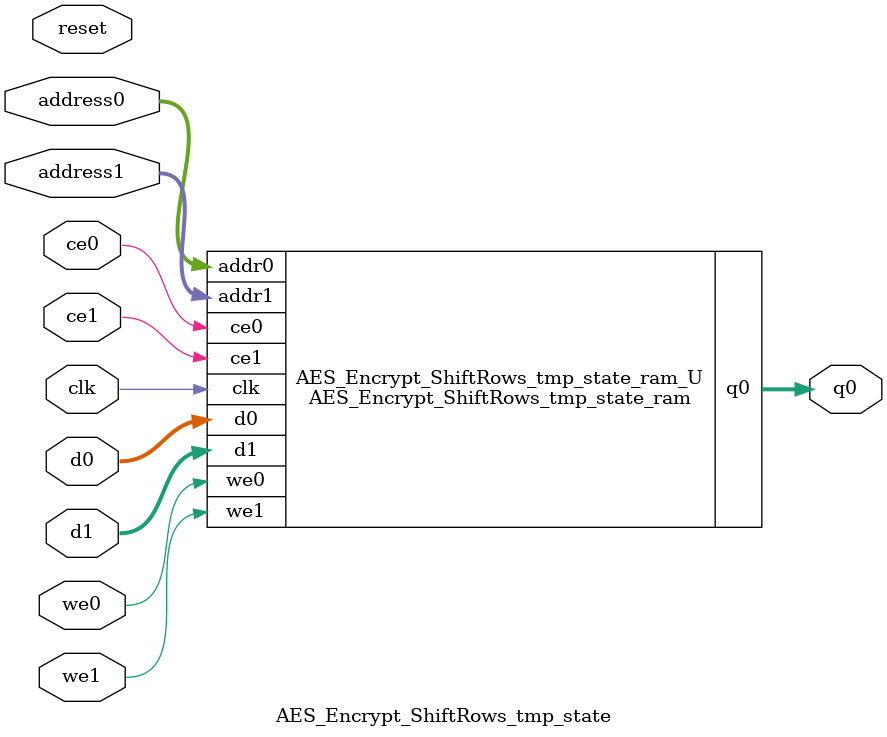
<source format=v>

`timescale 1 ns / 1 ps
module AES_Encrypt_ShiftRows_tmp_state_ram (addr0, ce0, d0, we0, q0, addr1, ce1, d1, we1,  clk);

parameter DWIDTH = 8;
parameter AWIDTH = 4;
parameter MEM_SIZE = 16;

input[AWIDTH-1:0] addr0;
input ce0;
input[DWIDTH-1:0] d0;
input we0;
output reg[DWIDTH-1:0] q0;
input[AWIDTH-1:0] addr1;
input ce1;
input[DWIDTH-1:0] d1;
input we1;
input clk;

(* ram_style = "block" *)reg [DWIDTH-1:0] ram[MEM_SIZE-1:0];




always @(posedge clk)  
begin 
    if (ce0) 
    begin
        if (we0) 
        begin 
            ram[addr0] <= d0; 
            q0 <= d0;
        end 
        else 
            q0 <= ram[addr0];
    end
end


always @(posedge clk)  
begin 
    if (ce1) 
    begin
        if (we1) 
        begin 
            ram[addr1] <= d1; 
        end 
    end
end


endmodule


`timescale 1 ns / 1 ps
module AES_Encrypt_ShiftRows_tmp_state(
    reset,
    clk,
    address0,
    ce0,
    we0,
    d0,
    q0,
    address1,
    ce1,
    we1,
    d1);

parameter DataWidth = 32'd8;
parameter AddressRange = 32'd16;
parameter AddressWidth = 32'd4;
input reset;
input clk;
input[AddressWidth - 1:0] address0;
input ce0;
input we0;
input[DataWidth - 1:0] d0;
output[DataWidth - 1:0] q0;
input[AddressWidth - 1:0] address1;
input ce1;
input we1;
input[DataWidth - 1:0] d1;



AES_Encrypt_ShiftRows_tmp_state_ram AES_Encrypt_ShiftRows_tmp_state_ram_U(
    .clk( clk ),
    .addr0( address0 ),
    .ce0( ce0 ),
    .d0( d0 ),
    .we0( we0 ),
    .q0( q0 ),
    .addr1( address1 ),
    .ce1( ce1 ),
    .d1( d1 ),
    .we1( we1 ));

endmodule


</source>
